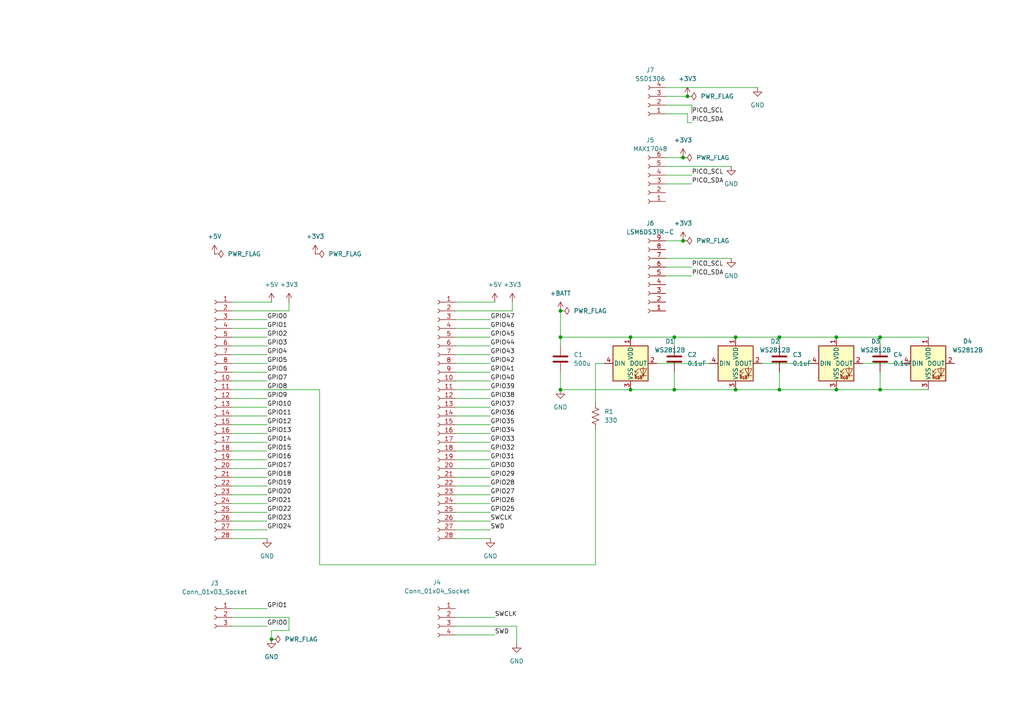
<source format=kicad_sch>
(kicad_sch (version 20250114) (generator "eeschema") (generator_version "9.0")
  (paper "A4")
  (lib_symbols
    (symbol "Connector:Conn_01x03_Socket" (pin_names (offset 1.016) (hide yes))
      (property "Reference" "J" (at 0 5.08 0))
      (property "Value" "Conn_01x03_Socket" (at 0 -5.08 0))
      (symbol "Conn_01x03_Socket_1_1"
        (polyline (pts (xy -1.27 2.54) (xy -0.508 2.54)) (stroke (width 0.1524)))
        (polyline (pts (xy -1.27 0) (xy -0.508 0)) (stroke (width 0.1524)))
        (polyline (pts (xy -1.27 -2.54) (xy -0.508 -2.54)) (stroke (width 0.1524)))
        (arc (start 0 2.032) (mid -0.5058 2.54) (end 0 3.048) (stroke (width 0.1524)))
        (arc (start 0 -0.508) (mid -0.5058 0) (end 0 0.508) (stroke (width 0.1524)))
        (arc (start 0 -3.048) (mid -0.5058 -2.54) (end 0 -2.032) (stroke (width 0.1524)))
        (pin passive line (at -5.08 2.54 0) (length 3.81) (name "Pin_1") (number "1"))
        (pin passive line (at -5.08 0 0) (length 3.81) (name "Pin_2") (number "2"))
        (pin passive line (at -5.08 -2.54 0) (length 3.81) (name "Pin_3") (number "3"))
      )
    )
    (symbol "Connector:Conn_01x04_Socket" (pin_names (offset 1.016) (hide yes))
      (property "Reference" "J" (at 0 5.08 0))
      (property "Value" "Conn_01x04_Socket" (at 0 -7.62 0))
      (symbol "Conn_01x04_Socket_1_1"
        (polyline (pts (xy -1.27 2.54) (xy -0.508 2.54)) (stroke (width 0.1524)))
        (polyline (pts (xy -1.27 0) (xy -0.508 0)) (stroke (width 0.1524)))
        (polyline (pts (xy -1.27 -2.54) (xy -0.508 -2.54)) (stroke (width 0.1524)))
        (polyline (pts (xy -1.27 -5.08) (xy -0.508 -5.08)) (stroke (width 0.1524)))
        (arc (start 0 2.032) (mid -0.5058 2.54) (end 0 3.048) (stroke (width 0.1524)))
        (arc (start 0 -0.508) (mid -0.5058 0) (end 0 0.508) (stroke (width 0.1524)))
        (arc (start 0 -3.048) (mid -0.5058 -2.54) (end 0 -2.032) (stroke (width 0.1524)))
        (arc (start 0 -5.588) (mid -0.5058 -5.08) (end 0 -4.572) (stroke (width 0.1524)))
        (pin passive line (at -5.08 2.54 0) (length 3.81) (name "Pin_1") (number "1"))
        (pin passive line (at -5.08 0 0) (length 3.81) (name "Pin_2") (number "2"))
        (pin passive line (at -5.08 -2.54 0) (length 3.81) (name "Pin_3") (number "3"))
        (pin passive line (at -5.08 -5.08 0) (length 3.81) (name "Pin_4") (number "4"))
      )
    )
    (symbol "Connector:Conn_01x06_Socket" (pin_names (offset 1.016) (hide yes))
      (property "Reference" "J" (at 0 7.62 0))
      (property "Value" "Conn_01x06_Socket" (at 0 -10.16 0))
      (symbol "Conn_01x06_Socket_1_1"
        (polyline (pts (xy -1.27 5.08) (xy -0.508 5.08)) (stroke (width 0.1524)))
        (polyline (pts (xy -1.27 2.54) (xy -0.508 2.54)) (stroke (width 0.1524)))
        (polyline (pts (xy -1.27 0) (xy -0.508 0)) (stroke (width 0.1524)))
        (polyline (pts (xy -1.27 -2.54) (xy -0.508 -2.54)) (stroke (width 0.1524)))
        (polyline (pts (xy -1.27 -5.08) (xy -0.508 -5.08)) (stroke (width 0.1524)))
        (polyline (pts (xy -1.27 -7.62) (xy -0.508 -7.62)) (stroke (width 0.1524)))
        (arc (start 0 4.572) (mid -0.5058 5.08) (end 0 5.588) (stroke (width 0.1524)))
        (arc (start 0 2.032) (mid -0.5058 2.54) (end 0 3.048) (stroke (width 0.1524)))
        (arc (start 0 -0.508) (mid -0.5058 0) (end 0 0.508) (stroke (width 0.1524)))
        (arc (start 0 -3.048) (mid -0.5058 -2.54) (end 0 -2.032) (stroke (width 0.1524)))
        (arc (start 0 -5.588) (mid -0.5058 -5.08) (end 0 -4.572) (stroke (width 0.1524)))
        (arc (start 0 -8.128) (mid -0.5058 -7.62) (end 0 -7.112) (stroke (width 0.1524)))
        (pin passive line (at -5.08 5.08 0) (length 3.81) (name "Pin_1") (number "1"))
        (pin passive line (at -5.08 2.54 0) (length 3.81) (name "Pin_2") (number "2"))
        (pin passive line (at -5.08 0 0) (length 3.81) (name "Pin_3") (number "3"))
        (pin passive line (at -5.08 -2.54 0) (length 3.81) (name "Pin_4") (number "4"))
        (pin passive line (at -5.08 -5.08 0) (length 3.81) (name "Pin_5") (number "5"))
        (pin passive line (at -5.08 -7.62 0) (length 3.81) (name "Pin_6") (number "6"))
      )
    )
    (symbol "Connector:Conn_01x09_Socket" (pin_names (offset 1.016) (hide yes))
      (property "Reference" "J" (at 0 12.7 0))
      (property "Value" "Conn_01x09_Socket" (at 0 -12.7 0))
      (symbol "Conn_01x09_Socket_1_1"
        (polyline (pts (xy -1.27 10.16) (xy -0.508 10.16)) (stroke (width 0.1524)))
        (polyline (pts (xy -1.27 7.62) (xy -0.508 7.62)) (stroke (width 0.1524)))
        (polyline (pts (xy -1.27 5.08) (xy -0.508 5.08)) (stroke (width 0.1524)))
        (polyline (pts (xy -1.27 2.54) (xy -0.508 2.54)) (stroke (width 0.1524)))
        (polyline (pts (xy -1.27 0) (xy -0.508 0)) (stroke (width 0.1524)))
        (polyline (pts (xy -1.27 -2.54) (xy -0.508 -2.54)) (stroke (width 0.1524)))
        (polyline (pts (xy -1.27 -5.08) (xy -0.508 -5.08)) (stroke (width 0.1524)))
        (polyline (pts (xy -1.27 -7.62) (xy -0.508 -7.62)) (stroke (width 0.1524)))
        (polyline (pts (xy -1.27 -10.16) (xy -0.508 -10.16)) (stroke (width 0.1524)))
        (arc (start 0 9.652) (mid -0.5058 10.16) (end 0 10.668) (stroke (width 0.1524)))
        (arc (start 0 7.112) (mid -0.5058 7.62) (end 0 8.128) (stroke (width 0.1524)))
        (arc (start 0 4.572) (mid -0.5058 5.08) (end 0 5.588) (stroke (width 0.1524)))
        (arc (start 0 2.032) (mid -0.5058 2.54) (end 0 3.048) (stroke (width 0.1524)))
        (arc (start 0 -0.508) (mid -0.5058 0) (end 0 0.508) (stroke (width 0.1524)))
        (arc (start 0 -3.048) (mid -0.5058 -2.54) (end 0 -2.032) (stroke (width 0.1524)))
        (arc (start 0 -5.588) (mid -0.5058 -5.08) (end 0 -4.572) (stroke (width 0.1524)))
        (arc (start 0 -8.128) (mid -0.5058 -7.62) (end 0 -7.112) (stroke (width 0.1524)))
        (arc (start 0 -10.668) (mid -0.5058 -10.16) (end 0 -9.652) (stroke (width 0.1524)))
        (pin passive line (at -5.08 10.16 0) (length 3.81) (name "Pin_1") (number "1"))
        (pin passive line (at -5.08 7.62 0) (length 3.81) (name "Pin_2") (number "2"))
        (pin passive line (at -5.08 5.08 0) (length 3.81) (name "Pin_3") (number "3"))
        (pin passive line (at -5.08 2.54 0) (length 3.81) (name "Pin_4") (number "4"))
        (pin passive line (at -5.08 0 0) (length 3.81) (name "Pin_5") (number "5"))
        (pin passive line (at -5.08 -2.54 0) (length 3.81) (name "Pin_6") (number "6"))
        (pin passive line (at -5.08 -5.08 0) (length 3.81) (name "Pin_7") (number "7"))
        (pin passive line (at -5.08 -7.62 0) (length 3.81) (name "Pin_8") (number "8"))
        (pin passive line (at -5.08 -10.16 0) (length 3.81) (name "Pin_9") (number "9"))
      )
    )
    (symbol "Connector:Conn_01x28_Socket" (pin_names (offset 1.016) (hide yes))
      (property "Reference" "J" (at 0 35.56 0))
      (property "Value" "Conn_01x28_Socket" (at 0 -38.1 0))
      (symbol "Conn_01x28_Socket_1_1"
        (polyline (pts (xy -1.27 33.02) (xy -0.508 33.02)) (stroke (width 0.1524)))
        (polyline (pts (xy -1.27 30.48) (xy -0.508 30.48)) (stroke (width 0.1524)))
        (polyline (pts (xy -1.27 27.94) (xy -0.508 27.94)) (stroke (width 0.1524)))
        (polyline (pts (xy -1.27 25.4) (xy -0.508 25.4)) (stroke (width 0.1524)))
        (polyline (pts (xy -1.27 22.86) (xy -0.508 22.86)) (stroke (width 0.1524)))
        (polyline (pts (xy -1.27 20.32) (xy -0.508 20.32)) (stroke (width 0.1524)))
        (polyline (pts (xy -1.27 17.78) (xy -0.508 17.78)) (stroke (width 0.1524)))
        (polyline (pts (xy -1.27 15.24) (xy -0.508 15.24)) (stroke (width 0.1524)))
        (polyline (pts (xy -1.27 12.7) (xy -0.508 12.7)) (stroke (width 0.1524)))
        (polyline (pts (xy -1.27 10.16) (xy -0.508 10.16)) (stroke (width 0.1524)))
        (polyline (pts (xy -1.27 7.62) (xy -0.508 7.62)) (stroke (width 0.1524)))
        (polyline (pts (xy -1.27 5.08) (xy -0.508 5.08)) (stroke (width 0.1524)))
        (polyline (pts (xy -1.27 2.54) (xy -0.508 2.54)) (stroke (width 0.1524)))
        (polyline (pts (xy -1.27 0) (xy -0.508 0)) (stroke (width 0.1524)))
        (polyline (pts (xy -1.27 -2.54) (xy -0.508 -2.54)) (stroke (width 0.1524)))
        (polyline (pts (xy -1.27 -5.08) (xy -0.508 -5.08)) (stroke (width 0.1524)))
        (polyline (pts (xy -1.27 -7.62) (xy -0.508 -7.62)) (stroke (width 0.1524)))
        (polyline (pts (xy -1.27 -10.16) (xy -0.508 -10.16)) (stroke (width 0.1524)))
        (polyline (pts (xy -1.27 -12.7) (xy -0.508 -12.7)) (stroke (width 0.1524)))
        (polyline (pts (xy -1.27 -15.24) (xy -0.508 -15.24)) (stroke (width 0.1524)))
        (polyline (pts (xy -1.27 -17.78) (xy -0.508 -17.78)) (stroke (width 0.1524)))
        (polyline (pts (xy -1.27 -20.32) (xy -0.508 -20.32)) (stroke (width 0.1524)))
        (polyline (pts (xy -1.27 -22.86) (xy -0.508 -22.86)) (stroke (width 0.1524)))
        (polyline (pts (xy -1.27 -25.4) (xy -0.508 -25.4)) (stroke (width 0.1524)))
        (polyline (pts (xy -1.27 -27.94) (xy -0.508 -27.94)) (stroke (width 0.1524)))
        (polyline (pts (xy -1.27 -30.48) (xy -0.508 -30.48)) (stroke (width 0.1524)))
        (polyline (pts (xy -1.27 -33.02) (xy -0.508 -33.02)) (stroke (width 0.1524)))
        (polyline (pts (xy -1.27 -35.56) (xy -0.508 -35.56)) (stroke (width 0.1524)))
        (arc (start 0 32.512) (mid -0.5058 33.02) (end 0 33.528) (stroke (width 0.1524)))
        (arc (start 0 29.972) (mid -0.5058 30.48) (end 0 30.988) (stroke (width 0.1524)))
        (arc (start 0 27.432) (mid -0.5058 27.94) (end 0 28.448) (stroke (width 0.1524)))
        (arc (start 0 24.892) (mid -0.5058 25.4) (end 0 25.908) (stroke (width 0.1524)))
        (arc (start 0 22.352) (mid -0.5058 22.86) (end 0 23.368) (stroke (width 0.1524)))
        (arc (start 0 19.812) (mid -0.5058 20.32) (end 0 20.828) (stroke (width 0.1524)))
        (arc (start 0 17.272) (mid -0.5058 17.78) (end 0 18.288) (stroke (width 0.1524)))
        (arc (start 0 14.732) (mid -0.5058 15.24) (end 0 15.748) (stroke (width 0.1524)))
        (arc (start 0 12.192) (mid -0.5058 12.7) (end 0 13.208) (stroke (width 0.1524)))
        (arc (start 0 9.652) (mid -0.5058 10.16) (end 0 10.668) (stroke (width 0.1524)))
        (arc (start 0 7.112) (mid -0.5058 7.62) (end 0 8.128) (stroke (width 0.1524)))
        (arc (start 0 4.572) (mid -0.5058 5.08) (end 0 5.588) (stroke (width 0.1524)))
        (arc (start 0 2.032) (mid -0.5058 2.54) (end 0 3.048) (stroke (width 0.1524)))
        (arc (start 0 -0.508) (mid -0.5058 0) (end 0 0.508) (stroke (width 0.1524)))
        (arc (start 0 -3.048) (mid -0.5058 -2.54) (end 0 -2.032) (stroke (width 0.1524)))
        (arc (start 0 -5.588) (mid -0.5058 -5.08) (end 0 -4.572) (stroke (width 0.1524)))
        (arc (start 0 -8.128) (mid -0.5058 -7.62) (end 0 -7.112) (stroke (width 0.1524)))
        (arc (start 0 -10.668) (mid -0.5058 -10.16) (end 0 -9.652) (stroke (width 0.1524)))
        (arc (start 0 -13.208) (mid -0.5058 -12.7) (end 0 -12.192) (stroke (width 0.1524)))
        (arc (start 0 -15.748) (mid -0.5058 -15.24) (end 0 -14.732) (stroke (width 0.1524)))
        (arc (start 0 -18.288) (mid -0.5058 -17.78) (end 0 -17.272) (stroke (width 0.1524)))
        (arc (start 0 -20.828) (mid -0.5058 -20.32) (end 0 -19.812) (stroke (width 0.1524)))
        (arc (start 0 -23.368) (mid -0.5058 -22.86) (end 0 -22.352) (stroke (width 0.1524)))
        (arc (start 0 -25.908) (mid -0.5058 -25.4) (end 0 -24.892) (stroke (width 0.1524)))
        (arc (start 0 -28.448) (mid -0.5058 -27.94) (end 0 -27.432) (stroke (width 0.1524)))
        (arc (start 0 -30.988) (mid -0.5058 -30.48) (end 0 -29.972) (stroke (width 0.1524)))
        (arc (start 0 -33.528) (mid -0.5058 -33.02) (end 0 -32.512) (stroke (width 0.1524)))
        (arc (start 0 -36.068) (mid -0.5058 -35.56) (end 0 -35.052) (stroke (width 0.1524)))
        (pin passive line (at -5.08 33.02 0) (length 3.81) (name "Pin_1") (number "1"))
        (pin passive line (at -5.08 30.48 0) (length 3.81) (name "Pin_2") (number "2"))
        (pin passive line (at -5.08 27.94 0) (length 3.81) (name "Pin_3") (number "3"))
        (pin passive line (at -5.08 25.4 0) (length 3.81) (name "Pin_4") (number "4"))
        (pin passive line (at -5.08 22.86 0) (length 3.81) (name "Pin_5") (number "5"))
        (pin passive line (at -5.08 20.32 0) (length 3.81) (name "Pin_6") (number "6"))
        (pin passive line (at -5.08 17.78 0) (length 3.81) (name "Pin_7") (number "7"))
        (pin passive line (at -5.08 15.24 0) (length 3.81) (name "Pin_8") (number "8"))
        (pin passive line (at -5.08 12.7 0) (length 3.81) (name "Pin_9") (number "9"))
        (pin passive line (at -5.08 10.16 0) (length 3.81) (name "Pin_10") (number "10"))
        (pin passive line (at -5.08 7.62 0) (length 3.81) (name "Pin_11") (number "11"))
        (pin passive line (at -5.08 5.08 0) (length 3.81) (name "Pin_12") (number "12"))
        (pin passive line (at -5.08 2.54 0) (length 3.81) (name "Pin_13") (number "13"))
        (pin passive line (at -5.08 0 0) (length 3.81) (name "Pin_14") (number "14"))
        (pin passive line (at -5.08 -2.54 0) (length 3.81) (name "Pin_15") (number "15"))
        (pin passive line (at -5.08 -5.08 0) (length 3.81) (name "Pin_16") (number "16"))
        (pin passive line (at -5.08 -7.62 0) (length 3.81) (name "Pin_17") (number "17"))
        (pin passive line (at -5.08 -10.16 0) (length 3.81) (name "Pin_18") (number "18"))
        (pin passive line (at -5.08 -12.7 0) (length 3.81) (name "Pin_19") (number "19"))
        (pin passive line (at -5.08 -15.24 0) (length 3.81) (name "Pin_20") (number "20"))
        (pin passive line (at -5.08 -17.78 0) (length 3.81) (name "Pin_21") (number "21"))
        (pin passive line (at -5.08 -20.32 0) (length 3.81) (name "Pin_22") (number "22"))
        (pin passive line (at -5.08 -22.86 0) (length 3.81) (name "Pin_23") (number "23"))
        (pin passive line (at -5.08 -25.4 0) (length 3.81) (name "Pin_24") (number "24"))
        (pin passive line (at -5.08 -27.94 0) (length 3.81) (name "Pin_25") (number "25"))
        (pin passive line (at -5.08 -30.48 0) (length 3.81) (name "Pin_26") (number "26"))
        (pin passive line (at -5.08 -33.02 0) (length 3.81) (name "Pin_27") (number "27"))
        (pin passive line (at -5.08 -35.56 0) (length 3.81) (name "Pin_28") (number "28"))
      )
    )
    (symbol "Device:C" (pin_numbers (hide yes)) (pin_names (offset 0.254))
      (property "Reference" "C" (at 0.635 2.54 0))
      (property "Value" "C" (at 0.635 -2.54 0))
      (symbol "C_0_1"
        (polyline (pts (xy -2.032 0.762) (xy 2.032 0.762)) (stroke (width 0.508)))
        (polyline (pts (xy -2.032 -0.762) (xy 2.032 -0.762)) (stroke (width 0.508)))
      )
      (symbol "C_1_1"
        (pin passive line (at 0 3.81 270) (length 2.794) (name "~") (number "1"))
        (pin passive line (at 0 -3.81 90) (length 2.794) (name "~") (number "2"))
      )
    )
    (symbol "Device:R_US" (pin_numbers (hide yes)) (pin_names (offset 0))
      (property "Reference" "R" (at 2.54 0 90))
      (property "Value" "R_US" (at -2.54 0 90))
      (symbol "R_US_0_1"
        (polyline (pts (xy 0 2.286) (xy 0 2.54)))
        (polyline (pts (xy 0 2.286) (xy 1.016 1.905) (xy 0 1.524) (xy -1.016 1.143) (xy 0 0.762)))
        (polyline (pts (xy 0 0.762) (xy 1.016 0.381) (xy 0 0) (xy -1.016 -0.381) (xy 0 -0.762)))
        (polyline (pts (xy 0 -0.762) (xy 1.016 -1.143) (xy 0 -1.524) (xy -1.016 -1.905) (xy 0 -2.286)))
        (polyline (pts (xy 0 -2.286) (xy 0 -2.54)))
      )
      (symbol "R_US_1_1"
        (pin passive line (at 0 3.81 270) (length 1.27) (name "~") (number "1"))
        (pin passive line (at 0 -3.81 90) (length 1.27) (name "~") (number "2"))
      )
    )
    (symbol "LED:WS2812B" (pin_names (offset 0.254))
      (property "Reference" "D" (at 5.08 5.715 0))
      (property "Value" "WS2812B" (at 1.27 -5.715 0))
      (symbol "WS2812B_0_0"
        (text "RGB" (at 2.286 -4.191 0) (effects (font (size 0.762 0.762))))
      )
      (symbol "WS2812B_0_1"
        (polyline (pts (xy 1.27 -2.54) (xy 1.778 -2.54)))
        (polyline (pts (xy 1.27 -3.556) (xy 1.778 -3.556)))
        (polyline (pts (xy 2.286 -1.524) (xy 1.27 -2.54) (xy 1.27 -2.032)))
        (polyline (pts (xy 2.286 -2.54) (xy 1.27 -3.556) (xy 1.27 -3.048)))
        (polyline (pts (xy 3.683 -1.016) (xy 3.683 -3.556) (xy 3.683 -4.064)))
        (polyline (pts (xy 4.699 -1.524) (xy 2.667 -1.524) (xy 3.683 -3.556) (xy 4.699 -1.524)))
        (polyline (pts (xy 4.699 -3.556) (xy 2.667 -3.556)))
        (rectangle (start 5.08 5.08) (end -5.08 -5.08) (stroke (width 0.254)) (fill (type background)))
      )
      (symbol "WS2812B_1_1"
        (pin input line (at -7.62 0 0) (length 2.54) (name "DIN") (number "4"))
        (pin power_in line (at 0 7.62 270) (length 2.54) (name "VDD") (number "1"))
        (pin power_in line (at 0 -7.62 90) (length 2.54) (name "VSS") (number "3"))
        (pin output line (at 7.62 0 180) (length 2.54) (name "DOUT") (number "2"))
      )
    )
    (symbol "power:+3V3" (power) (pin_numbers (hide yes)) (pin_names (offset 0) (hide yes))
      (property "Value" "+3V3" (at 0 3.556 0))
      (symbol "+3V3_0_1"
        (polyline (pts (xy -0.762 1.27) (xy 0 2.54)))
        (polyline (pts (xy 0 2.54) (xy 0.762 1.27)))
        (polyline (pts (xy 0 0) (xy 0 2.54)))
      )
      (symbol "+3V3_1_1"
        (pin power_in line (at 0 0 90) (length 0) (name "~") (number "1"))
      )
    )
    (symbol "power:+5V" (power) (pin_numbers (hide yes)) (pin_names (offset 0) (hide yes))
      (property "Value" "+5V" (at 0 3.556 0))
      (symbol "+5V_0_1"
        (polyline (pts (xy -0.762 1.27) (xy 0 2.54)))
        (polyline (pts (xy 0 2.54) (xy 0.762 1.27)))
        (polyline (pts (xy 0 0) (xy 0 2.54)))
      )
      (symbol "+5V_1_1"
        (pin power_in line (at 0 0 90) (length 0) (name "~") (number "1"))
      )
    )
    (symbol "power:+BATT" (power) (pin_numbers (hide yes)) (pin_names (offset 0) (hide yes))
      (property "Value" "+BATT" (at 0 3.556 0))
      (symbol "+BATT_0_1"
        (polyline (pts (xy -0.762 1.27) (xy 0 2.54)))
        (polyline (pts (xy 0 2.54) (xy 0.762 1.27)))
        (polyline (pts (xy 0 0) (xy 0 2.54)))
      )
      (symbol "+BATT_1_1"
        (pin power_in line (at 0 0 90) (length 0) (name "~") (number "1"))
      )
    )
    (symbol "power:GND" (power) (pin_numbers (hide yes)) (pin_names (offset 0) (hide yes))
      (property "Value" "GND" (at 0 -3.81 0))
      (symbol "GND_0_1"
        (polyline (pts (xy 0 0) (xy 0 -1.27) (xy 1.27 -1.27) (xy 0 -2.54) (xy -1.27 -1.27) (xy 0 -1.27)))
      )
      (symbol "GND_1_1"
        (pin power_in line (at 0 0 270) (length 0) (name "~") (number "1"))
      )
    )
    (symbol "power:PWR_FLAG" (power) (pin_numbers (hide yes)) (pin_names (offset 0) (hide yes))
      (property "Value" "PWR_FLAG" (at 0 3.81 0))
      (symbol "PWR_FLAG_0_0"
        (pin power_out line (at 0 0 90) (length 0) (name "~") (number "1"))
      )
      (symbol "PWR_FLAG_0_1"
        (polyline (pts (xy 0 0) (xy 0 1.27) (xy -1.016 1.905) (xy 0 2.54) (xy 1.016 1.905) (xy 0 1.27)))
      )
    )
  )
  (junction (at 213.36 113.03))
  (junction (at 195.58 97.79))
  (junction (at 198.12 69.85))
  (junction (at 195.58 113.03))
  (junction (at 162.56 113.03))
  (junction (at 213.36 97.79))
  (junction (at 182.88 97.79))
  (junction (at 242.57 113.03))
  (junction (at 162.56 90.17))
  (junction (at 226.06 113.03))
  (junction (at 199.39 27.94))
  (junction (at 226.06 97.79))
  (junction (at 162.56 97.79))
  (junction (at 255.27 113.03))
  (junction (at 242.57 97.79))
  (junction (at 78.74 185.42))
  (junction (at 255.27 97.79))
  (junction (at 198.12 45.72))
  (junction (at 182.88 113.03))
  (wire (pts (xy 142.24 115.57) (xy 132.08 115.57)))
  (wire (pts (xy 67.31 148.59) (xy 77.47 148.59)))
  (wire (pts (xy 142.24 92.71) (xy 132.08 92.71)))
  (wire (pts (xy 213.36 97.79) (xy 226.06 97.79)))
  (wire (pts (xy 193.04 27.94) (xy 199.39 27.94)))
  (wire (pts (xy 67.31 135.89) (xy 77.47 135.89)))
  (wire (pts (xy 142.24 102.87) (xy 132.08 102.87)))
  (wire (pts (xy 67.31 156.21) (xy 77.47 156.21)))
  (wire (pts (xy 242.57 113.03) (xy 255.27 113.03)))
  (wire (pts (xy 67.31 123.19) (xy 77.47 123.19)))
  (wire (pts (xy 67.31 153.67) (xy 77.47 153.67)))
  (wire (pts (xy 142.24 133.35) (xy 132.08 133.35)))
  (wire (pts (xy 162.56 107.95) (xy 162.56 113.03)))
  (wire (pts (xy 67.31 146.05) (xy 77.47 146.05)))
  (wire (pts (xy 67.31 128.27) (xy 77.47 128.27)))
  (wire (pts (xy 67.31 130.81) (xy 77.47 130.81)))
  (wire (pts (xy 195.58 113.03) (xy 213.36 113.03)))
  (wire (pts (xy 199.39 35.56) (xy 200.66 35.56)))
  (wire (pts (xy 172.72 163.83) (xy 92.71 163.83)))
  (wire (pts (xy 193.04 80.01) (xy 200.66 80.01)))
  (wire (pts (xy 220.98 105.41) (xy 234.95 105.41)))
  (wire (pts (xy 142.24 125.73) (xy 132.08 125.73)))
  (wire (pts (xy 142.24 148.59) (xy 132.08 148.59)))
  (wire (pts (xy 226.06 97.79) (xy 242.57 97.79)))
  (wire (pts (xy 255.27 113.03) (xy 269.24 113.03)))
  (wire (pts (xy 142.24 120.65) (xy 132.08 120.65)))
  (wire (pts (xy 142.24 143.51) (xy 132.08 143.51)))
  (wire (pts (xy 67.31 118.11) (xy 77.47 118.11)))
  (wire (pts (xy 83.82 179.07) (xy 83.82 182.88)))
  (wire (pts (xy 142.24 107.95) (xy 132.08 107.95)))
  (wire (pts (xy 67.31 90.17) (xy 83.82 90.17)))
  (wire (pts (xy 67.31 102.87) (xy 77.47 102.87)))
  (wire (pts (xy 132.08 184.15) (xy 143.51 184.15)))
  (wire (pts (xy 195.58 97.79) (xy 213.36 97.79)))
  (wire (pts (xy 142.24 118.11) (xy 132.08 118.11)))
  (wire (pts (xy 142.24 105.41) (xy 132.08 105.41)))
  (wire (pts (xy 132.08 179.07) (xy 143.51 179.07)))
  (wire (pts (xy 132.08 87.63) (xy 143.51 87.63)))
  (wire (pts (xy 142.24 130.81) (xy 132.08 130.81)))
  (wire (pts (xy 162.56 113.03) (xy 182.88 113.03)))
  (wire (pts (xy 142.24 138.43) (xy 132.08 138.43)))
  (wire (pts (xy 142.24 123.19) (xy 132.08 123.19)))
  (wire (pts (xy 182.88 113.03) (xy 195.58 113.03)))
  (wire (pts (xy 193.04 53.34) (xy 200.66 53.34)))
  (wire (pts (xy 67.31 176.53) (xy 77.47 176.53)))
  (wire (pts (xy 193.04 45.72) (xy 198.12 45.72)))
  (wire (pts (xy 172.72 105.41) (xy 175.26 105.41)))
  (wire (pts (xy 172.72 124.46) (xy 172.72 163.83)))
  (wire (pts (xy 142.24 95.25) (xy 132.08 95.25)))
  (wire (pts (xy 132.08 181.61) (xy 149.86 181.61)))
  (wire (pts (xy 67.31 100.33) (xy 77.47 100.33)))
  (wire (pts (xy 67.31 120.65) (xy 77.47 120.65)))
  (wire (pts (xy 226.06 97.79) (xy 226.06 100.33)))
  (wire (pts (xy 255.27 97.79) (xy 269.24 97.79)))
  (wire (pts (xy 67.31 181.61) (xy 77.47 181.61)))
  (wire (pts (xy 142.24 146.05) (xy 132.08 146.05)))
  (wire (pts (xy 226.06 107.95) (xy 226.06 113.03)))
  (wire (pts (xy 193.04 69.85) (xy 198.12 69.85)))
  (wire (pts (xy 67.31 179.07) (xy 83.82 179.07)))
  (wire (pts (xy 142.24 97.79) (xy 132.08 97.79)))
  (wire (pts (xy 193.04 48.26) (xy 212.09 48.26)))
  (wire (pts (xy 193.04 33.02) (xy 199.39 33.02)))
  (wire (pts (xy 195.58 97.79) (xy 195.58 100.33)))
  (wire (pts (xy 132.08 156.21) (xy 142.24 156.21)))
  (wire (pts (xy 250.19 105.41) (xy 261.62 105.41)))
  (wire (pts (xy 78.74 182.88) (xy 78.74 185.42)))
  (wire (pts (xy 255.27 97.79) (xy 255.27 100.33)))
  (wire (pts (xy 67.31 143.51) (xy 77.47 143.51)))
  (wire (pts (xy 142.24 140.97) (xy 132.08 140.97)))
  (wire (pts (xy 193.04 74.93) (xy 212.09 74.93)))
  (wire (pts (xy 67.31 113.03) (xy 92.71 113.03)))
  (wire (pts (xy 67.31 87.63) (xy 78.74 87.63)))
  (wire (pts (xy 132.08 151.13) (xy 142.24 151.13)))
  (wire (pts (xy 193.04 25.4) (xy 219.71 25.4)))
  (wire (pts (xy 142.24 128.27) (xy 132.08 128.27)))
  (wire (pts (xy 193.04 30.48) (xy 200.66 30.48)))
  (wire (pts (xy 67.31 95.25) (xy 77.47 95.25)))
  (wire (pts (xy 67.31 110.49) (xy 77.47 110.49)))
  (wire (pts (xy 162.56 97.79) (xy 182.88 97.79)))
  (wire (pts (xy 162.56 90.17) (xy 162.56 97.79)))
  (wire (pts (xy 67.31 107.95) (xy 77.47 107.95)))
  (wire (pts (xy 132.08 90.17) (xy 148.59 90.17)))
  (wire (pts (xy 67.31 133.35) (xy 77.47 133.35)))
  (wire (pts (xy 67.31 138.43) (xy 77.47 138.43)))
  (wire (pts (xy 242.57 97.79) (xy 255.27 97.79)))
  (wire (pts (xy 199.39 33.02) (xy 199.39 35.56)))
  (wire (pts (xy 195.58 107.95) (xy 195.58 113.03)))
  (wire (pts (xy 67.31 105.41) (xy 77.47 105.41)))
  (wire (pts (xy 162.56 97.79) (xy 162.56 100.33)))
  (wire (pts (xy 83.82 182.88) (xy 78.74 182.88)))
  (wire (pts (xy 226.06 113.03) (xy 242.57 113.03)))
  (wire (pts (xy 213.36 113.03) (xy 226.06 113.03)))
  (wire (pts (xy 142.24 135.89) (xy 132.08 135.89)))
  (wire (pts (xy 149.86 181.61) (xy 149.86 186.69)))
  (wire (pts (xy 193.04 50.8) (xy 200.66 50.8)))
  (wire (pts (xy 142.24 113.03) (xy 132.08 113.03)))
  (wire (pts (xy 67.31 140.97) (xy 77.47 140.97)))
  (wire (pts (xy 182.88 97.79) (xy 195.58 97.79)))
  (wire (pts (xy 83.82 87.63) (xy 83.82 90.17)))
  (wire (pts (xy 142.24 110.49) (xy 132.08 110.49)))
  (wire (pts (xy 148.59 87.63) (xy 148.59 90.17)))
  (wire (pts (xy 193.04 77.47) (xy 200.66 77.47)))
  (wire (pts (xy 200.66 30.48) (xy 200.66 33.02)))
  (wire (pts (xy 67.31 125.73) (xy 77.47 125.73)))
  (wire (pts (xy 255.27 107.95) (xy 255.27 113.03)))
  (wire (pts (xy 92.71 163.83) (xy 92.71 113.03)))
  (wire (pts (xy 67.31 97.79) (xy 77.47 97.79)))
  (wire (pts (xy 67.31 92.71) (xy 77.47 92.71)))
  (wire (pts (xy 190.5 105.41) (xy 205.74 105.41)))
  (wire (pts (xy 172.72 116.84) (xy 172.72 105.41)))
  (wire (pts (xy 67.31 151.13) (xy 77.47 151.13)))
  (wire (pts (xy 142.24 100.33) (xy 132.08 100.33)))
  (wire (pts (xy 67.31 115.57) (xy 77.47 115.57)))
  (wire (pts (xy 132.08 153.67) (xy 142.24 153.67)))
  (label "GPIO24" (at 77.47 153.67 0))
  (label "GPIO15" (at 77.47 130.81 0))
  (label "GPIO19" (at 77.47 140.97 0))
  (label "GPIO10" (at 77.47 118.11 0))
  (label "GPIO17" (at 77.47 135.89 0))
  (label "GPIO44" (at 142.24 100.33 0))
  (label "GPIO39" (at 142.24 113.03 0))
  (label "GPIO36" (at 142.24 120.65 0))
  (label "SWCLK" (at 142.24 151.13 0))
  (label "GPIO43" (at 142.24 102.87 0))
  (label "GPIO47" (at 142.24 92.71 0))
  (label "GPIO29" (at 142.24 138.43 0))
  (label "GPIO41" (at 142.24 107.95 0))
  (label "GPIO46" (at 142.24 95.25 0))
  (label "PICO_SDA" (at 200.66 35.56 0))
  (label "GPIO25" (at 142.24 148.59 0))
  (label "GPIO28" (at 142.24 140.97 0))
  (label "GPIO22" (at 77.47 148.59 0))
  (label "GPIO18" (at 77.47 138.43 0))
  (label "GPIO0" (at 77.47 92.71 0))
  (label "GPIO14" (at 77.47 128.27 0))
  (label "GPIO16" (at 77.47 133.35 0))
  (label "GPIO9" (at 77.47 115.57 0))
  (label "GPIO6" (at 77.47 107.95 0))
  (label "PICO_SCL" (at 200.66 77.47 0))
  (label "GPIO32" (at 142.24 130.81 0))
  (label "PICO_SCL" (at 200.66 50.8 0))
  (label "GPIO1" (at 77.47 95.25 0))
  (label "GPIO30" (at 142.24 135.89 0))
  (label "SWCLK" (at 143.51 179.07 0))
  (label "GPIO33" (at 142.24 128.27 0))
  (label "GPIO2" (at 77.47 97.79 0))
  (label "GPIO13" (at 77.47 125.73 0))
  (label "GPIO38" (at 142.24 115.57 0))
  (label "GPIO3" (at 77.47 100.33 0))
  (label "GPIO8" (at 77.47 113.03 0))
  (label "GPIO40" (at 142.24 110.49 0))
  (label "GPIO31" (at 142.24 133.35 0))
  (label "PICO_SCL" (at 200.66 33.02 0))
  (label "GPIO0" (at 77.47 181.61 0))
  (label "SWD" (at 142.24 153.67 0))
  (label "GPIO23" (at 77.47 151.13 0))
  (label "GPIO35" (at 142.24 123.19 0))
  (label "GPIO20" (at 77.47 143.51 0))
  (label "GPIO42" (at 142.24 105.41 0))
  (label "GPIO45" (at 142.24 97.79 0))
  (label "PICO_SDA" (at 200.66 80.01 0))
  (label "GPIO4" (at 77.47 102.87 0))
  (label "GPIO7" (at 77.47 110.49 0))
  (label "SWD" (at 143.51 184.15 0))
  (label "GPIO5" (at 77.47 105.41 0))
  (label "GPIO12" (at 77.47 123.19 0))
  (label "GPIO1" (at 77.47 176.53 0))
  (label "GPIO26" (at 142.24 146.05 0))
  (label "PICO_SDA" (at 200.66 53.34 0))
  (label "GPIO37" (at 142.24 118.11 0))
  (label "GPIO27" (at 142.24 143.51 0))
  (label "GPIO11" (at 77.47 120.65 0))
  (label "GPIO34" (at 142.24 125.73 0))
  (label "GPIO21" (at 77.47 146.05 0))
  (symbol (lib_id "Connector:Conn_01x04_Socket") (at 187.96 30.48 180) (unit 1)
    (property "Reference" "J7" (at 188.595 20.32 0))
    (property "Value" "SSD1306" (at 188.595 22.86 0))
    (property "Description" "Generic connector, single row, 01x04, script generated" (effects (hide yes)))
  )
  (symbol (lib_id "power:GND") (at 142.24 156.21 0) (unit 1)
    (property "Reference" "#PWR08" (effects (hide yes)))
    (property "Value" "GND" (at 142.24 161.29 0))
    (property "Description" "Power symbol creates a global label with name \"GND\" , ground" (effects (hide yes)))
  )
  (symbol (lib_id "power:+BATT") (at 162.56 90.17 0) (unit 1)
    (property "Reference" "#PWR015" (effects (hide yes)))
    (property "Value" "+BATT" (at 162.56 85.09 0))
    (property "Description" "Power symbol creates a global label with name \"+BATT\"" (effects (hide yes)))
  )
  (symbol (lib_id "Connector:Conn_01x04_Socket") (at 127 179.07 0) (mirror y) (unit 1)
    (property "Reference" "J4" (at 126.746 168.91 0))
    (property "Value" "Conn_01x04_Socket" (at 126.746 171.45 0))
    (property "Description" "Generic connector, single row, 01x04, script generated" (effects (hide yes)))
  )
  (symbol (lib_id "power:+3V3") (at 148.59 87.63 0) (unit 1)
    (property "Reference" "#PWR01" (effects (hide yes)))
    (property "Value" "+3V3" (at 148.59 82.55 0))
    (property "Description" "Power symbol creates a global label with name \"+3V3\"" (effects (hide yes)))
  )
  (symbol (lib_id "LED:WS2812B") (at 182.88 105.41 0) (unit 1)
    (property "Reference" "D1" (at 194.31 98.9898 0))
    (property "Value" "WS2812B" (at 194.31 101.5298 0))
    (property "Footprint" "LED_SMD:LED_WS2812B_PLCC4_5.0x5.0mm_P3.2mm" (effects (hide yes)))
    (property "Datasheet" "https://cdn-shop.adafruit.com/datasheets/WS2812B.pdf" (effects (hide yes)))
    (property "Description" "RGB LED with integrated controller" (effects (hide yes)))
  )
  (symbol (lib_id "Device:C") (at 255.27 104.14 0) (unit 1)
    (property "Reference" "C4" (at 259.08 102.8699 0) (effects (justify left)))
    (property "Value" "0.1uF" (at 259.08 105.4099 0) (effects (justify left)))
    (property "Description" "Unpolarized capacitor" (effects (hide yes)))
  )
  (symbol (lib_id "power:PWR_FLAG") (at 91.44 73.66 270) (unit 1)
    (property "Reference" "#FLG02" (effects (hide yes)))
    (property "Value" "PWR_FLAG" (at 95.25 73.6599 90) (effects (justify left)))
    (property "Description" "Special symbol for telling ERC where power comes from" (effects (hide yes)))
  )
  (symbol (lib_id "Device:C") (at 195.58 104.14 0) (unit 1)
    (property "Reference" "C2" (at 199.39 102.8699 0) (effects (justify left)))
    (property "Value" "0.1uF" (at 199.39 105.4099 0) (effects (justify left)))
    (property "Description" "Unpolarized capacitor" (effects (hide yes)))
  )
  (symbol (lib_id "power:PWR_FLAG") (at 198.12 69.85 270) (unit 1)
    (property "Reference" "#FLG05" (effects (hide yes)))
    (property "Value" "PWR_FLAG" (at 201.93 69.8499 90) (effects (justify left)))
    (property "Description" "Special symbol for telling ERC where power comes from" (effects (hide yes)))
  )
  (symbol (lib_id "power:+3V3") (at 83.82 87.63 0) (unit 1)
    (property "Reference" "#PWR02" (effects (hide yes)))
    (property "Value" "+3V3" (at 83.82 82.55 0))
    (property "Description" "Power symbol creates a global label with name \"+3V3\"" (effects (hide yes)))
  )
  (symbol (lib_id "power:PWR_FLAG") (at 162.56 90.17 270) (unit 1)
    (property "Reference" "#FLG06" (effects (hide yes)))
    (property "Value" "PWR_FLAG" (at 166.37 90.1699 90) (effects (justify left)))
    (property "Description" "Special symbol for telling ERC where power comes from" (effects (hide yes)))
  )
  (symbol (lib_id "Device:C") (at 226.06 104.14 0) (unit 1)
    (property "Reference" "C3" (at 229.87 102.8699 0) (effects (justify left)))
    (property "Value" "0.1uF" (at 229.87 105.4099 0) (effects (justify left)))
    (property "Description" "Unpolarized capacitor" (effects (hide yes)))
  )
  (symbol (lib_id "power:GND") (at 212.09 48.26 0) (unit 1)
    (property "Reference" "#PWR011" (effects (hide yes)))
    (property "Value" "GND" (at 212.09 53.34 0))
    (property "Description" "Power symbol creates a global label with name \"GND\" , ground" (effects (hide yes)))
  )
  (symbol (lib_id "power:+3V3") (at 91.44 73.66 0) (unit 1)
    (property "Reference" "#PWR04" (effects (hide yes)))
    (property "Value" "+3V3" (at 91.44 68.58 0))
    (property "Description" "Power symbol creates a global label with name \"+3V3\"" (effects (hide yes)))
  )
  (symbol (lib_id "Connector:Conn_01x28_Socket") (at 127 120.65 0) (mirror y) (unit 1)
    (property "Reference" "J2" (effects (hide yes)))
    (property "Value" "Conn_01x28_Socket" (effects (hide yes)))
    (property "Description" "Generic connector, single row, 01x28, script generated" (effects (hide yes)))
  )
  (symbol (lib_id "Connector:Conn_01x03_Socket") (at 62.23 179.07 0) (mirror y) (unit 1)
    (property "Reference" "J3" (at 62.23 169.164 0))
    (property "Value" "Conn_01x03_Socket" (at 62.23 171.704 0))
    (property "Description" "Generic connector, single row, 01x03, script generated" (effects (hide yes)))
  )
  (symbol (lib_id "power:+3V3") (at 198.12 69.85 0) (unit 1)
    (property "Reference" "#PWR013" (effects (hide yes)))
    (property "Value" "+3V3" (at 198.12 64.77 0))
    (property "Description" "Power symbol creates a global label with name \"+3V3\"" (effects (hide yes)))
  )
  (symbol (lib_id "power:PWR_FLAG") (at 62.23 73.66 270) (unit 1)
    (property "Reference" "#FLG01" (effects (hide yes)))
    (property "Value" "PWR_FLAG" (at 66.04 73.6599 90) (effects (justify left)))
    (property "Description" "Special symbol for telling ERC where power comes from" (effects (hide yes)))
  )
  (symbol (lib_id "power:PWR_FLAG") (at 199.39 27.94 270) (unit 1)
    (property "Reference" "#FLG07" (effects (hide yes)))
    (property "Value" "PWR_FLAG" (at 203.2 27.9399 90) (effects (justify left)))
    (property "Description" "Special symbol for telling ERC where power comes from" (effects (hide yes)))
  )
  (symbol (lib_id "Connector:Conn_01x06_Socket") (at 187.96 53.34 180) (unit 1)
    (property "Reference" "J5" (at 188.595 40.64 0))
    (property "Value" "MAX17048" (at 188.595 43.18 0))
    (property "Description" "Generic connector, single row, 01x06, script generated" (effects (hide yes)))
  )
  (symbol (lib_id "LED:WS2812B") (at 213.36 105.41 0) (unit 1)
    (property "Reference" "D2" (at 224.79 98.9898 0))
    (property "Value" "WS2812B" (at 224.79 101.5298 0))
    (property "Footprint" "LED_SMD:LED_WS2812B_PLCC4_5.0x5.0mm_P3.2mm" (effects (hide yes)))
    (property "Datasheet" "https://cdn-shop.adafruit.com/datasheets/WS2812B.pdf" (effects (hide yes)))
    (property "Description" "RGB LED with integrated controller" (effects (hide yes)))
  )
  (symbol (lib_id "Connector:Conn_01x28_Socket") (at 62.23 120.65 0) (mirror y) (unit 1)
    (property "Reference" "J1" (effects (hide yes)))
    (property "Value" "Conn_01x28_Socket" (effects (hide yes)))
    (property "Description" "Generic connector, single row, 01x28, script generated" (effects (hide yes)))
  )
  (symbol (lib_id "LED:WS2812B") (at 269.24 105.41 0) (unit 1)
    (property "Reference" "D4" (at 280.67 98.9898 0))
    (property "Value" "WS2812B" (at 280.67 101.5298 0))
    (property "Footprint" "LED_SMD:LED_WS2812B_PLCC4_5.0x5.0mm_P3.2mm" (effects (hide yes)))
    (property "Datasheet" "https://cdn-shop.adafruit.com/datasheets/WS2812B.pdf" (effects (hide yes)))
    (property "Description" "RGB LED with integrated controller" (effects (hide yes)))
  )
  (symbol (lib_id "power:GND") (at 77.47 156.21 0) (unit 1)
    (property "Reference" "#PWR07" (effects (hide yes)))
    (property "Value" "GND" (at 77.47 161.29 0))
    (property "Description" "Power symbol creates a global label with name \"GND\" , ground" (effects (hide yes)))
  )
  (symbol (lib_id "Device:C") (at 162.56 104.14 0) (unit 1)
    (property "Reference" "C1" (at 166.37 102.8699 0) (effects (justify left)))
    (property "Value" "500u" (at 166.37 105.4099 0) (effects (justify left)))
    (property "Description" "Unpolarized capacitor" (effects (hide yes)))
  )
  (symbol (lib_id "power:GND") (at 78.74 185.42 0) (unit 1)
    (property "Reference" "#PWR010" (effects (hide yes)))
    (property "Value" "GND" (at 78.74 190.5 0))
    (property "Description" "Power symbol creates a global label with name \"GND\" , ground" (effects (hide yes)))
  )
  (symbol (lib_id "power:GND") (at 219.71 25.4 0) (unit 1)
    (property "Reference" "#PWR017" (effects (hide yes)))
    (property "Value" "GND" (at 219.71 30.48 0))
    (property "Description" "Power symbol creates a global label with name \"GND\" , ground" (effects (hide yes)))
  )
  (symbol (lib_id "Device:R_US") (at 172.72 120.65 180) (unit 1)
    (property "Reference" "R1" (at 175.26 119.3799 0) (effects (justify right)))
    (property "Value" "330" (at 175.26 121.9199 0) (effects (justify right)))
    (property "Description" "Resistor, US symbol" (effects (hide yes)))
  )
  (symbol (lib_id "power:+5V") (at 78.74 87.63 0) (unit 1)
    (property "Reference" "#PWR05" (effects (hide yes)))
    (property "Value" "+5V" (at 78.74 82.55 0))
    (property "Description" "Power symbol creates a global label with name \"+5V\"" (effects (hide yes)))
  )
  (symbol (lib_id "Connector:Conn_01x09_Socket") (at 187.96 80.01 180) (unit 1)
    (property "Reference" "J6" (at 188.595 64.77 0))
    (property "Value" "LSM6DS3TR-C" (at 188.595 67.31 0))
    (property "Description" "Generic connector, single row, 01x09, script generated" (effects (hide yes)))
  )
  (symbol (lib_id "power:GND") (at 162.56 113.03 0) (unit 1)
    (property "Reference" "#PWR016" (effects (hide yes)))
    (property "Value" "GND" (at 162.56 118.11 0))
    (property "Description" "Power symbol creates a global label with name \"GND\" , ground" (effects (hide yes)))
  )
  (symbol (lib_id "power:+3V3") (at 198.12 45.72 0) (unit 1)
    (property "Reference" "#PWR012" (effects (hide yes)))
    (property "Value" "+3V3" (at 198.12 40.64 0))
    (property "Description" "Power symbol creates a global label with name \"+3V3\"" (effects (hide yes)))
  )
  (symbol (lib_id "LED:WS2812B") (at 242.57 105.41 0) (unit 1)
    (property "Reference" "D3" (at 254 98.9898 0))
    (property "Value" "WS2812B" (at 254 101.5298 0))
    (property "Footprint" "LED_SMD:LED_WS2812B_PLCC4_5.0x5.0mm_P3.2mm" (effects (hide yes)))
    (property "Datasheet" "https://cdn-shop.adafruit.com/datasheets/WS2812B.pdf" (effects (hide yes)))
    (property "Description" "RGB LED with integrated controller" (effects (hide yes)))
  )
  (symbol (lib_id "power:PWR_FLAG") (at 198.12 45.72 270) (unit 1)
    (property "Reference" "#FLG04" (effects (hide yes)))
    (property "Value" "PWR_FLAG" (at 201.93 45.7199 90) (effects (justify left)))
    (property "Description" "Special symbol for telling ERC where power comes from" (effects (hide yes)))
  )
  (symbol (lib_id "power:GND") (at 149.86 186.69 0) (unit 1)
    (property "Reference" "#PWR09" (effects (hide yes)))
    (property "Value" "GND" (at 149.86 191.77 0))
    (property "Description" "Power symbol creates a global label with name \"GND\" , ground" (effects (hide yes)))
  )
  (symbol (lib_id "power:+5V") (at 143.51 87.63 0) (unit 1)
    (property "Reference" "#PWR06" (effects (hide yes)))
    (property "Value" "+5V" (at 143.51 82.55 0))
    (property "Description" "Power symbol creates a global label with name \"+5V\"" (effects (hide yes)))
  )
  (symbol (lib_id "power:PWR_FLAG") (at 78.74 185.42 270) (unit 1)
    (property "Reference" "#FLG03" (effects (hide yes)))
    (property "Value" "PWR_FLAG" (at 82.55 185.4199 90) (effects (justify left)))
    (property "Description" "Special symbol for telling ERC where power comes from" (effects (hide yes)))
  )
  (symbol (lib_id "power:+3V3") (at 199.39 27.94 0) (unit 1)
    (property "Reference" "#PWR018" (effects (hide yes)))
    (property "Value" "+3V3" (at 199.39 22.86 0))
    (property "Description" "Power symbol creates a global label with name \"+3V3\"" (effects (hide yes)))
  )
  (symbol (lib_id "power:GND") (at 212.09 74.93 0) (unit 1)
    (property "Reference" "#PWR014" (effects (hide yes)))
    (property "Value" "GND" (at 212.09 80.01 0))
    (property "Description" "Power symbol creates a global label with name \"GND\" , ground" (effects (hide yes)))
  )
  (symbol (lib_id "power:+5V") (at 62.23 73.66 0) (unit 1)
    (property "Reference" "#PWR03" (effects (hide yes)))
    (property "Value" "+5V" (at 62.23 68.58 0))
    (property "Description" "Power symbol creates a global label with name \"+5V\"" (effects (hide yes)))
  )
)
</source>
